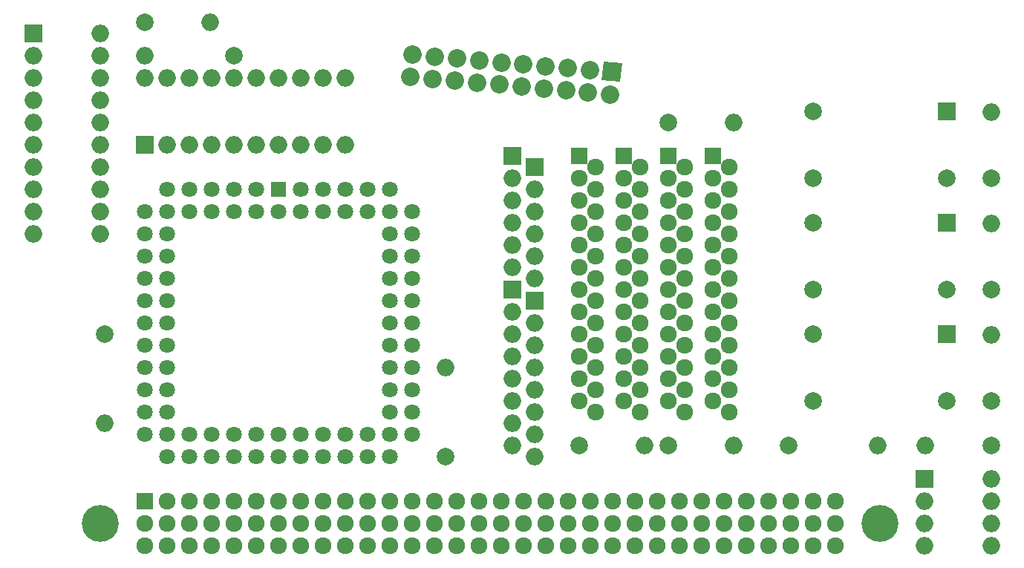
<source format=gbr>
G04 #@! TF.FileFunction,Soldermask,Bot*
%FSLAX46Y46*%
G04 Gerber Fmt 4.6, Leading zero omitted, Abs format (unit mm)*
G04 Created by KiCad (PCBNEW 4.0.6) date Wednesday, 31 May 2017 22:47:01*
%MOMM*%
%LPD*%
G01*
G04 APERTURE LIST*
%ADD10C,0.100000*%
%ADD11R,1.924000X1.924000*%
%ADD12C,1.924000*%
%ADD13C,4.210000*%
%ADD14C,1.920000*%
%ADD15R,1.920000X1.920000*%
%ADD16R,2.000000X2.000000*%
%ADD17O,2.000000X2.000000*%
%ADD18C,2.000000*%
%ADD19C,2.127200*%
%ADD20R,1.797000X1.797000*%
%ADD21C,1.797000*%
G04 APERTURE END LIST*
D10*
D11*
X187960000Y-102870000D03*
D12*
X189865000Y-104140000D03*
X187960000Y-105410000D03*
X189865000Y-106680000D03*
X187960000Y-107950000D03*
X189865000Y-109220000D03*
X187960000Y-110490000D03*
X189865000Y-111760000D03*
X187960000Y-113030000D03*
X189865000Y-114300000D03*
X187960000Y-115570000D03*
X189865000Y-116840000D03*
X187960000Y-118110000D03*
X189865000Y-119380000D03*
X187960000Y-120650000D03*
X189865000Y-121920000D03*
X187960000Y-123190000D03*
X189865000Y-124460000D03*
X187960000Y-125730000D03*
X189865000Y-127000000D03*
X187960000Y-128270000D03*
X189865000Y-129540000D03*
X187960000Y-130810000D03*
X189865000Y-132080000D03*
D11*
X198120000Y-102870000D03*
D12*
X200025000Y-104140000D03*
X198120000Y-105410000D03*
X200025000Y-106680000D03*
X198120000Y-107950000D03*
X200025000Y-109220000D03*
X198120000Y-110490000D03*
X200025000Y-111760000D03*
X198120000Y-113030000D03*
X200025000Y-114300000D03*
X198120000Y-115570000D03*
X200025000Y-116840000D03*
X198120000Y-118110000D03*
X200025000Y-119380000D03*
X198120000Y-120650000D03*
X200025000Y-121920000D03*
X198120000Y-123190000D03*
X200025000Y-124460000D03*
X198120000Y-125730000D03*
X200025000Y-127000000D03*
X198120000Y-128270000D03*
X200025000Y-129540000D03*
X198120000Y-130810000D03*
X200025000Y-132080000D03*
D11*
X203200000Y-102870000D03*
D12*
X205105000Y-104140000D03*
X203200000Y-105410000D03*
X205105000Y-106680000D03*
X203200000Y-107950000D03*
X205105000Y-109220000D03*
X203200000Y-110490000D03*
X205105000Y-111760000D03*
X203200000Y-113030000D03*
X205105000Y-114300000D03*
X203200000Y-115570000D03*
X205105000Y-116840000D03*
X203200000Y-118110000D03*
X205105000Y-119380000D03*
X203200000Y-120650000D03*
X205105000Y-121920000D03*
X203200000Y-123190000D03*
X205105000Y-124460000D03*
X203200000Y-125730000D03*
X205105000Y-127000000D03*
X203200000Y-128270000D03*
X205105000Y-129540000D03*
X203200000Y-130810000D03*
X205105000Y-132080000D03*
D13*
X133350000Y-144780000D03*
X222250000Y-144780000D03*
D14*
X143510000Y-142240000D03*
X146050000Y-142240000D03*
X148590000Y-142240000D03*
X151130000Y-142240000D03*
X153670000Y-142240000D03*
X156210000Y-142240000D03*
X158750000Y-142240000D03*
X161290000Y-142240000D03*
X163830000Y-142240000D03*
X166370000Y-142240000D03*
X168910000Y-142240000D03*
X171450000Y-142240000D03*
X173990000Y-142240000D03*
X176530000Y-142240000D03*
X179070000Y-142240000D03*
X181610000Y-142240000D03*
X184150000Y-142240000D03*
X186690000Y-142240000D03*
X189230000Y-142240000D03*
X191770000Y-142240000D03*
X194310000Y-142240000D03*
X196850000Y-142240000D03*
X199390000Y-142240000D03*
X201930000Y-142240000D03*
X204470000Y-142240000D03*
X207010000Y-142240000D03*
X209550000Y-142240000D03*
X212090000Y-142240000D03*
X214630000Y-142240000D03*
X217170000Y-142240000D03*
X140970000Y-142240000D03*
D15*
X138430000Y-142240000D03*
D14*
X138430000Y-144780000D03*
X140970000Y-144780000D03*
X143510000Y-144780000D03*
X146050000Y-144780000D03*
X148590000Y-144780000D03*
X151130000Y-144780000D03*
X153670000Y-144780000D03*
X156210000Y-144780000D03*
X158750000Y-144780000D03*
X161290000Y-144780000D03*
X163830000Y-144780000D03*
X166370000Y-144780000D03*
X168910000Y-144780000D03*
X171450000Y-144780000D03*
X173990000Y-144780000D03*
X176530000Y-144780000D03*
X179070000Y-144780000D03*
X181610000Y-144780000D03*
X184150000Y-144780000D03*
X186690000Y-144780000D03*
X189230000Y-144780000D03*
X191770000Y-144780000D03*
X194310000Y-144780000D03*
X196850000Y-144780000D03*
X199390000Y-144780000D03*
X201930000Y-144780000D03*
X204470000Y-144780000D03*
X207010000Y-144780000D03*
X209550000Y-144780000D03*
X212090000Y-144780000D03*
X214630000Y-144780000D03*
X217170000Y-144780000D03*
X138430000Y-147320000D03*
X140970000Y-147320000D03*
X143510000Y-147320000D03*
X146050000Y-147320000D03*
X148590000Y-147320000D03*
X151130000Y-147320000D03*
X153670000Y-147320000D03*
X156210000Y-147320000D03*
X158750000Y-147320000D03*
X161290000Y-147320000D03*
X163830000Y-147320000D03*
X166370000Y-147320000D03*
X168910000Y-147320000D03*
X171450000Y-147320000D03*
X173990000Y-147320000D03*
X176530000Y-147320000D03*
X179070000Y-147320000D03*
X181610000Y-147320000D03*
X184150000Y-147320000D03*
X186690000Y-147320000D03*
X189230000Y-147320000D03*
X191770000Y-147320000D03*
X194310000Y-147320000D03*
X196850000Y-147320000D03*
X199390000Y-147320000D03*
X201930000Y-147320000D03*
X204470000Y-147320000D03*
X207010000Y-147320000D03*
X209550000Y-147320000D03*
X212090000Y-147320000D03*
X214630000Y-147320000D03*
X217170000Y-147320000D03*
D16*
X182880000Y-104140000D03*
D17*
X182880000Y-106680000D03*
X182880000Y-109220000D03*
X182880000Y-111760000D03*
X182880000Y-114300000D03*
X182880000Y-116840000D03*
D16*
X180340000Y-102870000D03*
D17*
X180340000Y-105410000D03*
X180340000Y-107950000D03*
X180340000Y-110490000D03*
X180340000Y-113030000D03*
X180340000Y-115570000D03*
D16*
X180340000Y-118110000D03*
D17*
X180340000Y-120650000D03*
X180340000Y-123190000D03*
X180340000Y-125730000D03*
X180340000Y-128270000D03*
X180340000Y-130810000D03*
X180340000Y-133350000D03*
X180340000Y-135890000D03*
D16*
X182880000Y-119380000D03*
D17*
X182880000Y-121920000D03*
X182880000Y-124460000D03*
X182880000Y-127000000D03*
X182880000Y-129540000D03*
X182880000Y-132080000D03*
X182880000Y-134620000D03*
X182880000Y-137160000D03*
D16*
X229870000Y-97790000D03*
D18*
X229870000Y-105410000D03*
X214630000Y-105410000D03*
X214630000Y-97790000D03*
D16*
X229870000Y-110490000D03*
D18*
X229870000Y-118110000D03*
X214630000Y-118110000D03*
X214630000Y-110490000D03*
D16*
X229870000Y-123190000D03*
D18*
X229870000Y-130810000D03*
X214630000Y-130810000D03*
X214630000Y-123190000D03*
X234950000Y-105410000D03*
D17*
X234950000Y-97910000D03*
D18*
X234950000Y-118110000D03*
D17*
X234950000Y-110610000D03*
D18*
X234950000Y-130810000D03*
D17*
X234950000Y-123310000D03*
D18*
X138430000Y-87630000D03*
D17*
X145930000Y-87630000D03*
D18*
X187960000Y-135890000D03*
D17*
X195460000Y-135890000D03*
D18*
X198120000Y-99060000D03*
D17*
X205620000Y-99060000D03*
D18*
X198120000Y-135890000D03*
D17*
X205620000Y-135890000D03*
D18*
X234950000Y-135890000D03*
D17*
X227450000Y-135890000D03*
D10*
G36*
X192864259Y-92309400D02*
X192678861Y-94428506D01*
X190559755Y-94243108D01*
X190745153Y-92124002D01*
X192864259Y-92309400D01*
X192864259Y-92309400D01*
G37*
D19*
X191490631Y-95806589D02*
X191490631Y-95806589D01*
X189181672Y-93054878D02*
X189181672Y-93054878D01*
X188960297Y-95585213D02*
X188960297Y-95585213D01*
X186651338Y-92833503D02*
X186651338Y-92833503D01*
X186429962Y-95363837D02*
X186429962Y-95363837D01*
X184121003Y-92612127D02*
X184121003Y-92612127D01*
X183899628Y-95142462D02*
X183899628Y-95142462D01*
X181590669Y-92390752D02*
X181590669Y-92390752D01*
X181369293Y-94921086D02*
X181369293Y-94921086D01*
X179060334Y-92169376D02*
X179060334Y-92169376D01*
X178838959Y-94699711D02*
X178838959Y-94699711D01*
X176530000Y-91948000D02*
X176530000Y-91948000D01*
X176308624Y-94478335D02*
X176308624Y-94478335D01*
X173999665Y-91726625D02*
X173999665Y-91726625D01*
X173778290Y-94256959D02*
X173778290Y-94256959D01*
X171469331Y-91505249D02*
X171469331Y-91505249D01*
X171247955Y-94035584D02*
X171247955Y-94035584D01*
X168938996Y-91283874D02*
X168938996Y-91283874D01*
X168717621Y-93814208D02*
X168717621Y-93814208D01*
D18*
X148590000Y-91440000D03*
D17*
X138430000Y-91440000D03*
D18*
X133858000Y-123190000D03*
D17*
X133858000Y-133350000D03*
D18*
X172720000Y-137160000D03*
D17*
X172720000Y-127000000D03*
D18*
X211836000Y-135890000D03*
D17*
X221996000Y-135890000D03*
D20*
X153670000Y-106680000D03*
D21*
X153670000Y-109220000D03*
X151130000Y-106680000D03*
X151130000Y-109220000D03*
X148590000Y-106680000D03*
X148590000Y-109220000D03*
X146050000Y-106680000D03*
X146050000Y-109220000D03*
X143510000Y-106680000D03*
X143510000Y-109220000D03*
X140970000Y-106680000D03*
X138430000Y-109220000D03*
X140970000Y-109220000D03*
X138430000Y-111760000D03*
X140970000Y-111760000D03*
X138430000Y-114300000D03*
X140970000Y-114300000D03*
X138430000Y-116840000D03*
X140970000Y-116840000D03*
X138430000Y-119380000D03*
X140970000Y-119380000D03*
X138430000Y-121920000D03*
X140970000Y-121920000D03*
X138430000Y-124460000D03*
X140970000Y-124460000D03*
X138430000Y-127000000D03*
X140970000Y-127000000D03*
X138430000Y-129540000D03*
X140970000Y-129540000D03*
X138430000Y-132080000D03*
X140970000Y-132080000D03*
X138430000Y-134620000D03*
X140970000Y-137160000D03*
X140970000Y-134620000D03*
X143510000Y-137160000D03*
X143510000Y-134620000D03*
X146050000Y-137160000D03*
X146050000Y-134620000D03*
X148590000Y-137160000D03*
X148590000Y-134620000D03*
X151130000Y-137160000D03*
X151130000Y-134620000D03*
X153670000Y-137160000D03*
X153670000Y-134620000D03*
X156210000Y-137160000D03*
X156210000Y-134620000D03*
X158750000Y-137160000D03*
X158750000Y-134620000D03*
X161290000Y-137160000D03*
X161290000Y-134620000D03*
X163830000Y-137160000D03*
X163830000Y-134620000D03*
X166370000Y-137160000D03*
X168910000Y-134620000D03*
X166370000Y-134620000D03*
X168910000Y-132080000D03*
X166370000Y-132080000D03*
X168910000Y-129540000D03*
X166370000Y-129540000D03*
X168910000Y-127000000D03*
X166370000Y-127000000D03*
X168910000Y-124460000D03*
X166370000Y-124460000D03*
X168910000Y-121920000D03*
X166370000Y-121920000D03*
X168910000Y-119380000D03*
X166370000Y-119380000D03*
X168910000Y-116840000D03*
X166370000Y-116840000D03*
X168910000Y-114300000D03*
X166370000Y-114300000D03*
X168910000Y-111760000D03*
X166370000Y-111760000D03*
X168910000Y-109220000D03*
X166370000Y-106680000D03*
X166370000Y-109220000D03*
X163830000Y-106680000D03*
X163830000Y-109220000D03*
X161290000Y-106680000D03*
X161290000Y-109220000D03*
X158750000Y-106680000D03*
X158750000Y-109220000D03*
X156210000Y-106680000D03*
X156210000Y-109220000D03*
D16*
X125730000Y-88900000D03*
D17*
X133350000Y-111760000D03*
X125730000Y-91440000D03*
X133350000Y-109220000D03*
X125730000Y-93980000D03*
X133350000Y-106680000D03*
X125730000Y-96520000D03*
X133350000Y-104140000D03*
X125730000Y-99060000D03*
X133350000Y-101600000D03*
X125730000Y-101600000D03*
X133350000Y-99060000D03*
X125730000Y-104140000D03*
X133350000Y-96520000D03*
X125730000Y-106680000D03*
X133350000Y-93980000D03*
X125730000Y-109220000D03*
X133350000Y-91440000D03*
X125730000Y-111760000D03*
X133350000Y-88900000D03*
D16*
X138430000Y-101600000D03*
D17*
X161290000Y-93980000D03*
X140970000Y-101600000D03*
X158750000Y-93980000D03*
X143510000Y-101600000D03*
X156210000Y-93980000D03*
X146050000Y-101600000D03*
X153670000Y-93980000D03*
X148590000Y-101600000D03*
X151130000Y-93980000D03*
X151130000Y-101600000D03*
X148590000Y-93980000D03*
X153670000Y-101600000D03*
X146050000Y-93980000D03*
X156210000Y-101600000D03*
X143510000Y-93980000D03*
X158750000Y-101600000D03*
X140970000Y-93980000D03*
X161290000Y-101600000D03*
X138430000Y-93980000D03*
D16*
X227330000Y-139700000D03*
D17*
X234950000Y-147320000D03*
X227330000Y-142240000D03*
X234950000Y-144780000D03*
X227330000Y-144780000D03*
X234950000Y-142240000D03*
X227330000Y-147320000D03*
X234950000Y-139700000D03*
D11*
X193040000Y-102870000D03*
D12*
X194945000Y-104140000D03*
X193040000Y-105410000D03*
X194945000Y-106680000D03*
X193040000Y-107950000D03*
X194945000Y-109220000D03*
X193040000Y-110490000D03*
X194945000Y-111760000D03*
X193040000Y-113030000D03*
X194945000Y-114300000D03*
X193040000Y-115570000D03*
X194945000Y-116840000D03*
X193040000Y-118110000D03*
X194945000Y-119380000D03*
X193040000Y-120650000D03*
X194945000Y-121920000D03*
X193040000Y-123190000D03*
X194945000Y-124460000D03*
X193040000Y-125730000D03*
X194945000Y-127000000D03*
X193040000Y-128270000D03*
X194945000Y-129540000D03*
X193040000Y-130810000D03*
X194945000Y-132080000D03*
M02*

</source>
